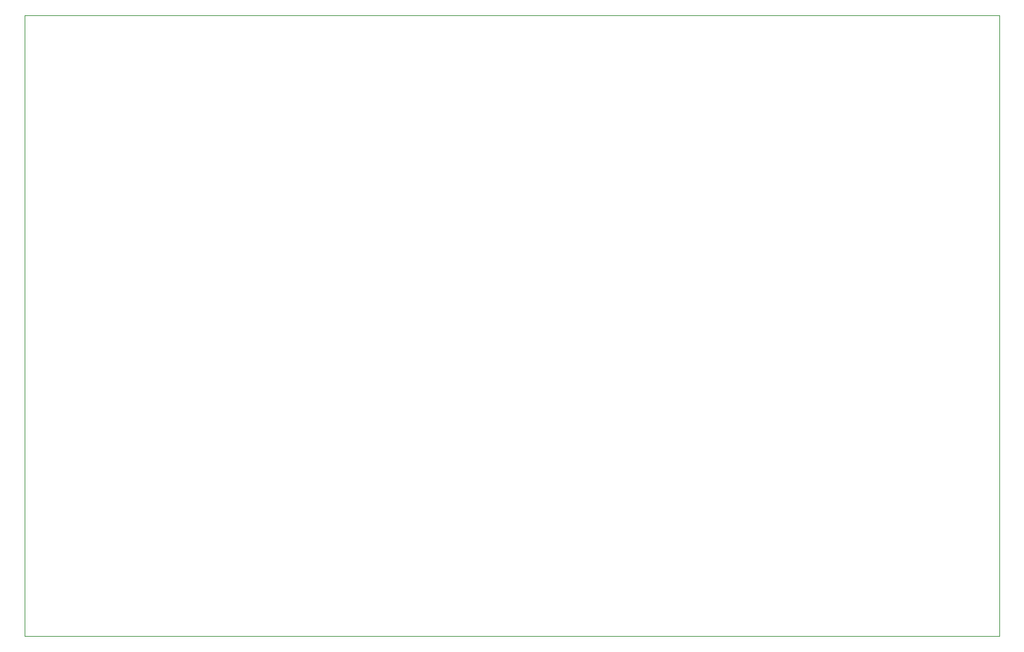
<source format=gbr>
%TF.GenerationSoftware,KiCad,Pcbnew,(5.1.10)-1*%
%TF.CreationDate,2021-08-27T13:44:28+02:00*%
%TF.ProjectId,Pico-profile,5069636f-2d70-4726-9f66-696c652e6b69,rev?*%
%TF.SameCoordinates,Original*%
%TF.FileFunction,Profile,NP*%
%FSLAX46Y46*%
G04 Gerber Fmt 4.6, Leading zero omitted, Abs format (unit mm)*
G04 Created by KiCad (PCBNEW (5.1.10)-1) date 2021-08-27 13:44:28*
%MOMM*%
%LPD*%
G01*
G04 APERTURE LIST*
%TA.AperFunction,Profile*%
%ADD10C,0.050000*%
%TD*%
G04 APERTURE END LIST*
D10*
X223000000Y-55000000D02*
X99000000Y-55000000D01*
X99000000Y-134000000D02*
X223000000Y-134000000D01*
X99000000Y-55000000D02*
X99000000Y-134000000D01*
X222999300Y-134003700D02*
X222999300Y-55003700D01*
M02*

</source>
